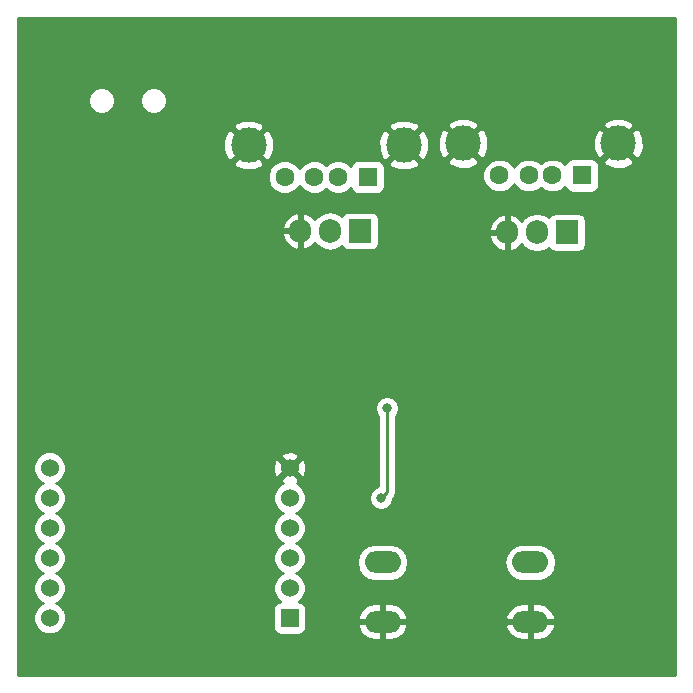
<source format=gbr>
%TF.GenerationSoftware,KiCad,Pcbnew,5.0.2-bee76a0~70~ubuntu18.04.1*%
%TF.CreationDate,2019-09-05T21:10:32+01:00*%
%TF.ProjectId,waterpump_alt,77617465-7270-4756-9d70-5f616c742e6b,rev?*%
%TF.SameCoordinates,Original*%
%TF.FileFunction,Copper,L2,Bot*%
%TF.FilePolarity,Positive*%
%FSLAX46Y46*%
G04 Gerber Fmt 4.6, Leading zero omitted, Abs format (unit mm)*
G04 Created by KiCad (PCBNEW 5.0.2-bee76a0~70~ubuntu18.04.1) date Thu 05 Sep 2019 21:10:32 BST*
%MOMM*%
%LPD*%
G01*
G04 APERTURE LIST*
%ADD10O,3.048000X1.850000*%
%ADD11O,1.905000X2.000000*%
%ADD12R,1.905000X2.000000*%
%ADD13R,1.524000X1.524000*%
%ADD14C,1.524000*%
%ADD15C,1.600000*%
%ADD16R,1.600000X1.600000*%
%ADD17C,3.000000*%
%ADD18C,0.800000*%
%ADD19C,0.250000*%
%ADD20C,0.254000*%
G04 APERTURE END LIST*
D10*
X151003000Y-129333000D03*
X151003000Y-124333000D03*
X163503000Y-129333000D03*
X163503000Y-124333000D03*
D11*
X144018000Y-96266000D03*
X146558000Y-96266000D03*
D12*
X149098000Y-96266000D03*
X166624000Y-96393000D03*
D11*
X164084000Y-96393000D03*
X161544000Y-96393000D03*
D13*
X143129000Y-129032000D03*
D14*
X143129000Y-126492000D03*
X143129000Y-123952000D03*
X143129000Y-121412000D03*
X143129000Y-118872000D03*
X143129000Y-116332000D03*
X122809000Y-116332000D03*
X122809000Y-118872000D03*
X122809000Y-121412000D03*
X122809000Y-123952000D03*
X122809000Y-126492000D03*
X122809000Y-129032000D03*
D15*
X142733000Y-91694000D03*
X145233000Y-91694000D03*
X147233000Y-91694000D03*
D16*
X149733000Y-91694000D03*
D17*
X152803000Y-88984000D03*
X139663000Y-88984000D03*
X157824000Y-88857000D03*
X170964000Y-88857000D03*
D16*
X167894000Y-91567000D03*
D15*
X165394000Y-91567000D03*
X163394000Y-91567000D03*
X160894000Y-91567000D03*
D18*
X134112000Y-82550000D03*
X121920000Y-82296000D03*
X137160000Y-82296000D03*
X139446000Y-102870000D03*
X142494000Y-102870000D03*
X146558000Y-102870000D03*
X140970000Y-107696000D03*
X140970000Y-109982000D03*
X140970000Y-112522000D03*
X134366000Y-94742000D03*
X136144000Y-94742000D03*
X138430000Y-94742000D03*
X150876000Y-118872000D03*
X151384000Y-111252000D03*
D19*
X150876000Y-118872000D02*
X151384000Y-118364000D01*
X151384000Y-118364000D02*
X151384000Y-111252000D01*
D20*
G36*
X175768000Y-133858000D02*
X120142000Y-133858000D01*
X120142000Y-116054119D01*
X121412000Y-116054119D01*
X121412000Y-116609881D01*
X121624680Y-117123337D01*
X122017663Y-117516320D01*
X122224513Y-117602000D01*
X122017663Y-117687680D01*
X121624680Y-118080663D01*
X121412000Y-118594119D01*
X121412000Y-119149881D01*
X121624680Y-119663337D01*
X122017663Y-120056320D01*
X122224513Y-120142000D01*
X122017663Y-120227680D01*
X121624680Y-120620663D01*
X121412000Y-121134119D01*
X121412000Y-121689881D01*
X121624680Y-122203337D01*
X122017663Y-122596320D01*
X122224513Y-122682000D01*
X122017663Y-122767680D01*
X121624680Y-123160663D01*
X121412000Y-123674119D01*
X121412000Y-124229881D01*
X121624680Y-124743337D01*
X122017663Y-125136320D01*
X122224513Y-125222000D01*
X122017663Y-125307680D01*
X121624680Y-125700663D01*
X121412000Y-126214119D01*
X121412000Y-126769881D01*
X121624680Y-127283337D01*
X122017663Y-127676320D01*
X122224513Y-127762000D01*
X122017663Y-127847680D01*
X121624680Y-128240663D01*
X121412000Y-128754119D01*
X121412000Y-129309881D01*
X121624680Y-129823337D01*
X122017663Y-130216320D01*
X122531119Y-130429000D01*
X123086881Y-130429000D01*
X123600337Y-130216320D01*
X123993320Y-129823337D01*
X124206000Y-129309881D01*
X124206000Y-128754119D01*
X124005472Y-128270000D01*
X141719560Y-128270000D01*
X141719560Y-129794000D01*
X141768843Y-130041765D01*
X141909191Y-130251809D01*
X142119235Y-130392157D01*
X142367000Y-130441440D01*
X143891000Y-130441440D01*
X144138765Y-130392157D01*
X144348809Y-130251809D01*
X144489157Y-130041765D01*
X144538440Y-129794000D01*
X144538440Y-129701664D01*
X148888188Y-129701664D01*
X148914147Y-129812653D01*
X149211111Y-130346284D01*
X149689681Y-130725651D01*
X150277000Y-130893000D01*
X150876000Y-130893000D01*
X150876000Y-129460000D01*
X151130000Y-129460000D01*
X151130000Y-130893000D01*
X151729000Y-130893000D01*
X152316319Y-130725651D01*
X152794889Y-130346284D01*
X153091853Y-129812653D01*
X153117812Y-129701664D01*
X161388188Y-129701664D01*
X161414147Y-129812653D01*
X161711111Y-130346284D01*
X162189681Y-130725651D01*
X162777000Y-130893000D01*
X163376000Y-130893000D01*
X163376000Y-129460000D01*
X163630000Y-129460000D01*
X163630000Y-130893000D01*
X164229000Y-130893000D01*
X164816319Y-130725651D01*
X165294889Y-130346284D01*
X165591853Y-129812653D01*
X165617812Y-129701664D01*
X165497483Y-129460000D01*
X163630000Y-129460000D01*
X163376000Y-129460000D01*
X161508517Y-129460000D01*
X161388188Y-129701664D01*
X153117812Y-129701664D01*
X152997483Y-129460000D01*
X151130000Y-129460000D01*
X150876000Y-129460000D01*
X149008517Y-129460000D01*
X148888188Y-129701664D01*
X144538440Y-129701664D01*
X144538440Y-128964336D01*
X148888188Y-128964336D01*
X149008517Y-129206000D01*
X150876000Y-129206000D01*
X150876000Y-127773000D01*
X151130000Y-127773000D01*
X151130000Y-129206000D01*
X152997483Y-129206000D01*
X153117812Y-128964336D01*
X161388188Y-128964336D01*
X161508517Y-129206000D01*
X163376000Y-129206000D01*
X163376000Y-127773000D01*
X163630000Y-127773000D01*
X163630000Y-129206000D01*
X165497483Y-129206000D01*
X165617812Y-128964336D01*
X165591853Y-128853347D01*
X165294889Y-128319716D01*
X164816319Y-127940349D01*
X164229000Y-127773000D01*
X163630000Y-127773000D01*
X163376000Y-127773000D01*
X162777000Y-127773000D01*
X162189681Y-127940349D01*
X161711111Y-128319716D01*
X161414147Y-128853347D01*
X161388188Y-128964336D01*
X153117812Y-128964336D01*
X153091853Y-128853347D01*
X152794889Y-128319716D01*
X152316319Y-127940349D01*
X151729000Y-127773000D01*
X151130000Y-127773000D01*
X150876000Y-127773000D01*
X150277000Y-127773000D01*
X149689681Y-127940349D01*
X149211111Y-128319716D01*
X148914147Y-128853347D01*
X148888188Y-128964336D01*
X144538440Y-128964336D01*
X144538440Y-128270000D01*
X144489157Y-128022235D01*
X144348809Y-127812191D01*
X144138765Y-127671843D01*
X143960310Y-127636347D01*
X144313320Y-127283337D01*
X144526000Y-126769881D01*
X144526000Y-126214119D01*
X144313320Y-125700663D01*
X143920337Y-125307680D01*
X143713487Y-125222000D01*
X143920337Y-125136320D01*
X144313320Y-124743337D01*
X144483286Y-124333000D01*
X148813438Y-124333000D01*
X148934512Y-124941682D01*
X149279303Y-125457697D01*
X149795318Y-125802488D01*
X150250354Y-125893000D01*
X151755646Y-125893000D01*
X152210682Y-125802488D01*
X152726697Y-125457697D01*
X153071488Y-124941682D01*
X153192562Y-124333000D01*
X161313438Y-124333000D01*
X161434512Y-124941682D01*
X161779303Y-125457697D01*
X162295318Y-125802488D01*
X162750354Y-125893000D01*
X164255646Y-125893000D01*
X164710682Y-125802488D01*
X165226697Y-125457697D01*
X165571488Y-124941682D01*
X165692562Y-124333000D01*
X165571488Y-123724318D01*
X165226697Y-123208303D01*
X164710682Y-122863512D01*
X164255646Y-122773000D01*
X162750354Y-122773000D01*
X162295318Y-122863512D01*
X161779303Y-123208303D01*
X161434512Y-123724318D01*
X161313438Y-124333000D01*
X153192562Y-124333000D01*
X153071488Y-123724318D01*
X152726697Y-123208303D01*
X152210682Y-122863512D01*
X151755646Y-122773000D01*
X150250354Y-122773000D01*
X149795318Y-122863512D01*
X149279303Y-123208303D01*
X148934512Y-123724318D01*
X148813438Y-124333000D01*
X144483286Y-124333000D01*
X144526000Y-124229881D01*
X144526000Y-123674119D01*
X144313320Y-123160663D01*
X143920337Y-122767680D01*
X143713487Y-122682000D01*
X143920337Y-122596320D01*
X144313320Y-122203337D01*
X144526000Y-121689881D01*
X144526000Y-121134119D01*
X144313320Y-120620663D01*
X143920337Y-120227680D01*
X143713487Y-120142000D01*
X143920337Y-120056320D01*
X144313320Y-119663337D01*
X144526000Y-119149881D01*
X144526000Y-118666126D01*
X149841000Y-118666126D01*
X149841000Y-119077874D01*
X149998569Y-119458280D01*
X150289720Y-119749431D01*
X150670126Y-119907000D01*
X151081874Y-119907000D01*
X151462280Y-119749431D01*
X151753431Y-119458280D01*
X151911000Y-119077874D01*
X151911000Y-118925913D01*
X151931929Y-118911929D01*
X151974327Y-118848476D01*
X151974329Y-118848474D01*
X152058102Y-118723098D01*
X152099904Y-118660537D01*
X152144000Y-118438852D01*
X152144000Y-118438848D01*
X152158888Y-118364001D01*
X152144000Y-118289154D01*
X152144000Y-111955711D01*
X152261431Y-111838280D01*
X152419000Y-111457874D01*
X152419000Y-111046126D01*
X152261431Y-110665720D01*
X151970280Y-110374569D01*
X151589874Y-110217000D01*
X151178126Y-110217000D01*
X150797720Y-110374569D01*
X150506569Y-110665720D01*
X150349000Y-111046126D01*
X150349000Y-111457874D01*
X150506569Y-111838280D01*
X150624001Y-111955712D01*
X150624000Y-117856106D01*
X150289720Y-117994569D01*
X149998569Y-118285720D01*
X149841000Y-118666126D01*
X144526000Y-118666126D01*
X144526000Y-118594119D01*
X144313320Y-118080663D01*
X143920337Y-117687680D01*
X143729353Y-117608572D01*
X143860143Y-117554397D01*
X143929608Y-117312213D01*
X143129000Y-116511605D01*
X142328392Y-117312213D01*
X142397857Y-117554397D01*
X142538393Y-117604535D01*
X142337663Y-117687680D01*
X141944680Y-118080663D01*
X141732000Y-118594119D01*
X141732000Y-119149881D01*
X141944680Y-119663337D01*
X142337663Y-120056320D01*
X142544513Y-120142000D01*
X142337663Y-120227680D01*
X141944680Y-120620663D01*
X141732000Y-121134119D01*
X141732000Y-121689881D01*
X141944680Y-122203337D01*
X142337663Y-122596320D01*
X142544513Y-122682000D01*
X142337663Y-122767680D01*
X141944680Y-123160663D01*
X141732000Y-123674119D01*
X141732000Y-124229881D01*
X141944680Y-124743337D01*
X142337663Y-125136320D01*
X142544513Y-125222000D01*
X142337663Y-125307680D01*
X141944680Y-125700663D01*
X141732000Y-126214119D01*
X141732000Y-126769881D01*
X141944680Y-127283337D01*
X142297690Y-127636347D01*
X142119235Y-127671843D01*
X141909191Y-127812191D01*
X141768843Y-128022235D01*
X141719560Y-128270000D01*
X124005472Y-128270000D01*
X123993320Y-128240663D01*
X123600337Y-127847680D01*
X123393487Y-127762000D01*
X123600337Y-127676320D01*
X123993320Y-127283337D01*
X124206000Y-126769881D01*
X124206000Y-126214119D01*
X123993320Y-125700663D01*
X123600337Y-125307680D01*
X123393487Y-125222000D01*
X123600337Y-125136320D01*
X123993320Y-124743337D01*
X124206000Y-124229881D01*
X124206000Y-123674119D01*
X123993320Y-123160663D01*
X123600337Y-122767680D01*
X123393487Y-122682000D01*
X123600337Y-122596320D01*
X123993320Y-122203337D01*
X124206000Y-121689881D01*
X124206000Y-121134119D01*
X123993320Y-120620663D01*
X123600337Y-120227680D01*
X123393487Y-120142000D01*
X123600337Y-120056320D01*
X123993320Y-119663337D01*
X124206000Y-119149881D01*
X124206000Y-118594119D01*
X123993320Y-118080663D01*
X123600337Y-117687680D01*
X123393487Y-117602000D01*
X123600337Y-117516320D01*
X123993320Y-117123337D01*
X124206000Y-116609881D01*
X124206000Y-116124302D01*
X141719856Y-116124302D01*
X141747638Y-116679368D01*
X141906603Y-117063143D01*
X142148787Y-117132608D01*
X142949395Y-116332000D01*
X143308605Y-116332000D01*
X144109213Y-117132608D01*
X144351397Y-117063143D01*
X144538144Y-116539698D01*
X144510362Y-115984632D01*
X144351397Y-115600857D01*
X144109213Y-115531392D01*
X143308605Y-116332000D01*
X142949395Y-116332000D01*
X142148787Y-115531392D01*
X141906603Y-115600857D01*
X141719856Y-116124302D01*
X124206000Y-116124302D01*
X124206000Y-116054119D01*
X123993320Y-115540663D01*
X123804444Y-115351787D01*
X142328392Y-115351787D01*
X143129000Y-116152395D01*
X143929608Y-115351787D01*
X143860143Y-115109603D01*
X143336698Y-114922856D01*
X142781632Y-114950638D01*
X142397857Y-115109603D01*
X142328392Y-115351787D01*
X123804444Y-115351787D01*
X123600337Y-115147680D01*
X123086881Y-114935000D01*
X122531119Y-114935000D01*
X122017663Y-115147680D01*
X121624680Y-115540663D01*
X121412000Y-116054119D01*
X120142000Y-116054119D01*
X120142000Y-96639864D01*
X142465620Y-96639864D01*
X142708682Y-97209091D01*
X143151076Y-97641973D01*
X143645020Y-97856563D01*
X143891000Y-97736594D01*
X143891000Y-96393000D01*
X142592428Y-96393000D01*
X142465620Y-96639864D01*
X120142000Y-96639864D01*
X120142000Y-95892136D01*
X142465620Y-95892136D01*
X142592428Y-96139000D01*
X143891000Y-96139000D01*
X143891000Y-94795406D01*
X144145000Y-94795406D01*
X144145000Y-96139000D01*
X144165000Y-96139000D01*
X144165000Y-96393000D01*
X144145000Y-96393000D01*
X144145000Y-97736594D01*
X144390980Y-97856563D01*
X144884924Y-97641973D01*
X145278841Y-97256526D01*
X145413477Y-97458023D01*
X145938589Y-97808891D01*
X146558000Y-97932100D01*
X147177410Y-97808891D01*
X147569491Y-97546912D01*
X147687691Y-97723809D01*
X147897735Y-97864157D01*
X148145500Y-97913440D01*
X150050500Y-97913440D01*
X150298265Y-97864157D01*
X150508309Y-97723809D01*
X150648657Y-97513765D01*
X150697940Y-97266000D01*
X150697940Y-96766864D01*
X159991620Y-96766864D01*
X160234682Y-97336091D01*
X160677076Y-97768973D01*
X161171020Y-97983563D01*
X161417000Y-97863594D01*
X161417000Y-96520000D01*
X160118428Y-96520000D01*
X159991620Y-96766864D01*
X150697940Y-96766864D01*
X150697940Y-96019136D01*
X159991620Y-96019136D01*
X160118428Y-96266000D01*
X161417000Y-96266000D01*
X161417000Y-94922406D01*
X161671000Y-94922406D01*
X161671000Y-96266000D01*
X161691000Y-96266000D01*
X161691000Y-96520000D01*
X161671000Y-96520000D01*
X161671000Y-97863594D01*
X161916980Y-97983563D01*
X162410924Y-97768973D01*
X162804841Y-97383526D01*
X162939477Y-97585023D01*
X163464589Y-97935891D01*
X164084000Y-98059100D01*
X164703410Y-97935891D01*
X165095491Y-97673912D01*
X165213691Y-97850809D01*
X165423735Y-97991157D01*
X165671500Y-98040440D01*
X167576500Y-98040440D01*
X167824265Y-97991157D01*
X168034309Y-97850809D01*
X168174657Y-97640765D01*
X168223940Y-97393000D01*
X168223940Y-95393000D01*
X168174657Y-95145235D01*
X168034309Y-94935191D01*
X167824265Y-94794843D01*
X167576500Y-94745560D01*
X165671500Y-94745560D01*
X165423735Y-94794843D01*
X165213691Y-94935191D01*
X165095491Y-95112088D01*
X164703411Y-94850109D01*
X164084000Y-94726900D01*
X163464590Y-94850109D01*
X162939477Y-95200977D01*
X162804841Y-95402474D01*
X162410924Y-95017027D01*
X161916980Y-94802437D01*
X161671000Y-94922406D01*
X161417000Y-94922406D01*
X161171020Y-94802437D01*
X160677076Y-95017027D01*
X160234682Y-95449909D01*
X159991620Y-96019136D01*
X150697940Y-96019136D01*
X150697940Y-95266000D01*
X150648657Y-95018235D01*
X150508309Y-94808191D01*
X150298265Y-94667843D01*
X150050500Y-94618560D01*
X148145500Y-94618560D01*
X147897735Y-94667843D01*
X147687691Y-94808191D01*
X147569491Y-94985088D01*
X147177411Y-94723109D01*
X146558000Y-94599900D01*
X145938590Y-94723109D01*
X145413477Y-95073977D01*
X145278841Y-95275474D01*
X144884924Y-94890027D01*
X144390980Y-94675437D01*
X144145000Y-94795406D01*
X143891000Y-94795406D01*
X143645020Y-94675437D01*
X143151076Y-94890027D01*
X142708682Y-95322909D01*
X142465620Y-95892136D01*
X120142000Y-95892136D01*
X120142000Y-91408561D01*
X141298000Y-91408561D01*
X141298000Y-91979439D01*
X141516466Y-92506862D01*
X141920138Y-92910534D01*
X142447561Y-93129000D01*
X143018439Y-93129000D01*
X143545862Y-92910534D01*
X143949534Y-92506862D01*
X143983000Y-92426068D01*
X144016466Y-92506862D01*
X144420138Y-92910534D01*
X144947561Y-93129000D01*
X145518439Y-93129000D01*
X146045862Y-92910534D01*
X146233000Y-92723396D01*
X146420138Y-92910534D01*
X146947561Y-93129000D01*
X147518439Y-93129000D01*
X148045862Y-92910534D01*
X148314899Y-92641497D01*
X148334843Y-92741765D01*
X148475191Y-92951809D01*
X148685235Y-93092157D01*
X148933000Y-93141440D01*
X150533000Y-93141440D01*
X150780765Y-93092157D01*
X150990809Y-92951809D01*
X151131157Y-92741765D01*
X151180440Y-92494000D01*
X151180440Y-91281561D01*
X159459000Y-91281561D01*
X159459000Y-91852439D01*
X159677466Y-92379862D01*
X160081138Y-92783534D01*
X160608561Y-93002000D01*
X161179439Y-93002000D01*
X161706862Y-92783534D01*
X162110534Y-92379862D01*
X162144000Y-92299068D01*
X162177466Y-92379862D01*
X162581138Y-92783534D01*
X163108561Y-93002000D01*
X163679439Y-93002000D01*
X164206862Y-92783534D01*
X164394000Y-92596396D01*
X164581138Y-92783534D01*
X165108561Y-93002000D01*
X165679439Y-93002000D01*
X166206862Y-92783534D01*
X166475899Y-92514497D01*
X166495843Y-92614765D01*
X166636191Y-92824809D01*
X166846235Y-92965157D01*
X167094000Y-93014440D01*
X168694000Y-93014440D01*
X168941765Y-92965157D01*
X169151809Y-92824809D01*
X169292157Y-92614765D01*
X169341440Y-92367000D01*
X169341440Y-90767000D01*
X169292157Y-90519235D01*
X169193089Y-90370970D01*
X169629635Y-90370970D01*
X169789418Y-90689739D01*
X170580187Y-90999723D01*
X171429387Y-90983497D01*
X172138582Y-90689739D01*
X172298365Y-90370970D01*
X170964000Y-89036605D01*
X169629635Y-90370970D01*
X169193089Y-90370970D01*
X169151809Y-90309191D01*
X168941765Y-90168843D01*
X168694000Y-90119560D01*
X167094000Y-90119560D01*
X166846235Y-90168843D01*
X166636191Y-90309191D01*
X166495843Y-90519235D01*
X166475899Y-90619503D01*
X166206862Y-90350466D01*
X165679439Y-90132000D01*
X165108561Y-90132000D01*
X164581138Y-90350466D01*
X164394000Y-90537604D01*
X164206862Y-90350466D01*
X163679439Y-90132000D01*
X163108561Y-90132000D01*
X162581138Y-90350466D01*
X162177466Y-90754138D01*
X162144000Y-90834932D01*
X162110534Y-90754138D01*
X161706862Y-90350466D01*
X161179439Y-90132000D01*
X160608561Y-90132000D01*
X160081138Y-90350466D01*
X159677466Y-90754138D01*
X159459000Y-91281561D01*
X151180440Y-91281561D01*
X151180440Y-90894000D01*
X151131157Y-90646235D01*
X151032089Y-90497970D01*
X151468635Y-90497970D01*
X151628418Y-90816739D01*
X152419187Y-91126723D01*
X153268387Y-91110497D01*
X153977582Y-90816739D01*
X154137365Y-90497970D01*
X154010365Y-90370970D01*
X156489635Y-90370970D01*
X156649418Y-90689739D01*
X157440187Y-90999723D01*
X158289387Y-90983497D01*
X158998582Y-90689739D01*
X159158365Y-90370970D01*
X157824000Y-89036605D01*
X156489635Y-90370970D01*
X154010365Y-90370970D01*
X152803000Y-89163605D01*
X151468635Y-90497970D01*
X151032089Y-90497970D01*
X150990809Y-90436191D01*
X150780765Y-90295843D01*
X150533000Y-90246560D01*
X148933000Y-90246560D01*
X148685235Y-90295843D01*
X148475191Y-90436191D01*
X148334843Y-90646235D01*
X148314899Y-90746503D01*
X148045862Y-90477466D01*
X147518439Y-90259000D01*
X146947561Y-90259000D01*
X146420138Y-90477466D01*
X146233000Y-90664604D01*
X146045862Y-90477466D01*
X145518439Y-90259000D01*
X144947561Y-90259000D01*
X144420138Y-90477466D01*
X144016466Y-90881138D01*
X143983000Y-90961932D01*
X143949534Y-90881138D01*
X143545862Y-90477466D01*
X143018439Y-90259000D01*
X142447561Y-90259000D01*
X141920138Y-90477466D01*
X141516466Y-90881138D01*
X141298000Y-91408561D01*
X120142000Y-91408561D01*
X120142000Y-90497970D01*
X138328635Y-90497970D01*
X138488418Y-90816739D01*
X139279187Y-91126723D01*
X140128387Y-91110497D01*
X140837582Y-90816739D01*
X140997365Y-90497970D01*
X139663000Y-89163605D01*
X138328635Y-90497970D01*
X120142000Y-90497970D01*
X120142000Y-88600187D01*
X137520277Y-88600187D01*
X137536503Y-89449387D01*
X137830261Y-90158582D01*
X138149030Y-90318365D01*
X139483395Y-88984000D01*
X139842605Y-88984000D01*
X141176970Y-90318365D01*
X141495739Y-90158582D01*
X141805723Y-89367813D01*
X141791056Y-88600187D01*
X150660277Y-88600187D01*
X150676503Y-89449387D01*
X150970261Y-90158582D01*
X151289030Y-90318365D01*
X152623395Y-88984000D01*
X152982605Y-88984000D01*
X154316970Y-90318365D01*
X154635739Y-90158582D01*
X154945723Y-89367813D01*
X154929497Y-88518613D01*
X154910681Y-88473187D01*
X155681277Y-88473187D01*
X155697503Y-89322387D01*
X155991261Y-90031582D01*
X156310030Y-90191365D01*
X157644395Y-88857000D01*
X158003605Y-88857000D01*
X159337970Y-90191365D01*
X159656739Y-90031582D01*
X159966723Y-89240813D01*
X159952056Y-88473187D01*
X168821277Y-88473187D01*
X168837503Y-89322387D01*
X169131261Y-90031582D01*
X169450030Y-90191365D01*
X170784395Y-88857000D01*
X171143605Y-88857000D01*
X172477970Y-90191365D01*
X172796739Y-90031582D01*
X173106723Y-89240813D01*
X173090497Y-88391613D01*
X172796739Y-87682418D01*
X172477970Y-87522635D01*
X171143605Y-88857000D01*
X170784395Y-88857000D01*
X169450030Y-87522635D01*
X169131261Y-87682418D01*
X168821277Y-88473187D01*
X159952056Y-88473187D01*
X159950497Y-88391613D01*
X159656739Y-87682418D01*
X159337970Y-87522635D01*
X158003605Y-88857000D01*
X157644395Y-88857000D01*
X156310030Y-87522635D01*
X155991261Y-87682418D01*
X155681277Y-88473187D01*
X154910681Y-88473187D01*
X154635739Y-87809418D01*
X154316970Y-87649635D01*
X152982605Y-88984000D01*
X152623395Y-88984000D01*
X151289030Y-87649635D01*
X150970261Y-87809418D01*
X150660277Y-88600187D01*
X141791056Y-88600187D01*
X141789497Y-88518613D01*
X141495739Y-87809418D01*
X141176970Y-87649635D01*
X139842605Y-88984000D01*
X139483395Y-88984000D01*
X138149030Y-87649635D01*
X137830261Y-87809418D01*
X137520277Y-88600187D01*
X120142000Y-88600187D01*
X120142000Y-87470030D01*
X138328635Y-87470030D01*
X139663000Y-88804395D01*
X140997365Y-87470030D01*
X151468635Y-87470030D01*
X152803000Y-88804395D01*
X154137365Y-87470030D01*
X154073707Y-87343030D01*
X156489635Y-87343030D01*
X157824000Y-88677395D01*
X159158365Y-87343030D01*
X169629635Y-87343030D01*
X170964000Y-88677395D01*
X172298365Y-87343030D01*
X172138582Y-87024261D01*
X171347813Y-86714277D01*
X170498613Y-86730503D01*
X169789418Y-87024261D01*
X169629635Y-87343030D01*
X159158365Y-87343030D01*
X158998582Y-87024261D01*
X158207813Y-86714277D01*
X157358613Y-86730503D01*
X156649418Y-87024261D01*
X156489635Y-87343030D01*
X154073707Y-87343030D01*
X153977582Y-87151261D01*
X153186813Y-86841277D01*
X152337613Y-86857503D01*
X151628418Y-87151261D01*
X151468635Y-87470030D01*
X140997365Y-87470030D01*
X140837582Y-87151261D01*
X140046813Y-86841277D01*
X139197613Y-86857503D01*
X138488418Y-87151261D01*
X138328635Y-87470030D01*
X120142000Y-87470030D01*
X120142000Y-84991234D01*
X126078000Y-84991234D01*
X126078000Y-85442766D01*
X126250793Y-85859926D01*
X126570074Y-86179207D01*
X126987234Y-86352000D01*
X127438766Y-86352000D01*
X127855926Y-86179207D01*
X128175207Y-85859926D01*
X128348000Y-85442766D01*
X128348000Y-84991234D01*
X130478000Y-84991234D01*
X130478000Y-85442766D01*
X130650793Y-85859926D01*
X130970074Y-86179207D01*
X131387234Y-86352000D01*
X131838766Y-86352000D01*
X132255926Y-86179207D01*
X132575207Y-85859926D01*
X132748000Y-85442766D01*
X132748000Y-84991234D01*
X132575207Y-84574074D01*
X132255926Y-84254793D01*
X131838766Y-84082000D01*
X131387234Y-84082000D01*
X130970074Y-84254793D01*
X130650793Y-84574074D01*
X130478000Y-84991234D01*
X128348000Y-84991234D01*
X128175207Y-84574074D01*
X127855926Y-84254793D01*
X127438766Y-84082000D01*
X126987234Y-84082000D01*
X126570074Y-84254793D01*
X126250793Y-84574074D01*
X126078000Y-84991234D01*
X120142000Y-84991234D01*
X120142000Y-78232000D01*
X175768000Y-78232000D01*
X175768000Y-133858000D01*
X175768000Y-133858000D01*
G37*
X175768000Y-133858000D02*
X120142000Y-133858000D01*
X120142000Y-116054119D01*
X121412000Y-116054119D01*
X121412000Y-116609881D01*
X121624680Y-117123337D01*
X122017663Y-117516320D01*
X122224513Y-117602000D01*
X122017663Y-117687680D01*
X121624680Y-118080663D01*
X121412000Y-118594119D01*
X121412000Y-119149881D01*
X121624680Y-119663337D01*
X122017663Y-120056320D01*
X122224513Y-120142000D01*
X122017663Y-120227680D01*
X121624680Y-120620663D01*
X121412000Y-121134119D01*
X121412000Y-121689881D01*
X121624680Y-122203337D01*
X122017663Y-122596320D01*
X122224513Y-122682000D01*
X122017663Y-122767680D01*
X121624680Y-123160663D01*
X121412000Y-123674119D01*
X121412000Y-124229881D01*
X121624680Y-124743337D01*
X122017663Y-125136320D01*
X122224513Y-125222000D01*
X122017663Y-125307680D01*
X121624680Y-125700663D01*
X121412000Y-126214119D01*
X121412000Y-126769881D01*
X121624680Y-127283337D01*
X122017663Y-127676320D01*
X122224513Y-127762000D01*
X122017663Y-127847680D01*
X121624680Y-128240663D01*
X121412000Y-128754119D01*
X121412000Y-129309881D01*
X121624680Y-129823337D01*
X122017663Y-130216320D01*
X122531119Y-130429000D01*
X123086881Y-130429000D01*
X123600337Y-130216320D01*
X123993320Y-129823337D01*
X124206000Y-129309881D01*
X124206000Y-128754119D01*
X124005472Y-128270000D01*
X141719560Y-128270000D01*
X141719560Y-129794000D01*
X141768843Y-130041765D01*
X141909191Y-130251809D01*
X142119235Y-130392157D01*
X142367000Y-130441440D01*
X143891000Y-130441440D01*
X144138765Y-130392157D01*
X144348809Y-130251809D01*
X144489157Y-130041765D01*
X144538440Y-129794000D01*
X144538440Y-129701664D01*
X148888188Y-129701664D01*
X148914147Y-129812653D01*
X149211111Y-130346284D01*
X149689681Y-130725651D01*
X150277000Y-130893000D01*
X150876000Y-130893000D01*
X150876000Y-129460000D01*
X151130000Y-129460000D01*
X151130000Y-130893000D01*
X151729000Y-130893000D01*
X152316319Y-130725651D01*
X152794889Y-130346284D01*
X153091853Y-129812653D01*
X153117812Y-129701664D01*
X161388188Y-129701664D01*
X161414147Y-129812653D01*
X161711111Y-130346284D01*
X162189681Y-130725651D01*
X162777000Y-130893000D01*
X163376000Y-130893000D01*
X163376000Y-129460000D01*
X163630000Y-129460000D01*
X163630000Y-130893000D01*
X164229000Y-130893000D01*
X164816319Y-130725651D01*
X165294889Y-130346284D01*
X165591853Y-129812653D01*
X165617812Y-129701664D01*
X165497483Y-129460000D01*
X163630000Y-129460000D01*
X163376000Y-129460000D01*
X161508517Y-129460000D01*
X161388188Y-129701664D01*
X153117812Y-129701664D01*
X152997483Y-129460000D01*
X151130000Y-129460000D01*
X150876000Y-129460000D01*
X149008517Y-129460000D01*
X148888188Y-129701664D01*
X144538440Y-129701664D01*
X144538440Y-128964336D01*
X148888188Y-128964336D01*
X149008517Y-129206000D01*
X150876000Y-129206000D01*
X150876000Y-127773000D01*
X151130000Y-127773000D01*
X151130000Y-129206000D01*
X152997483Y-129206000D01*
X153117812Y-128964336D01*
X161388188Y-128964336D01*
X161508517Y-129206000D01*
X163376000Y-129206000D01*
X163376000Y-127773000D01*
X163630000Y-127773000D01*
X163630000Y-129206000D01*
X165497483Y-129206000D01*
X165617812Y-128964336D01*
X165591853Y-128853347D01*
X165294889Y-128319716D01*
X164816319Y-127940349D01*
X164229000Y-127773000D01*
X163630000Y-127773000D01*
X163376000Y-127773000D01*
X162777000Y-127773000D01*
X162189681Y-127940349D01*
X161711111Y-128319716D01*
X161414147Y-128853347D01*
X161388188Y-128964336D01*
X153117812Y-128964336D01*
X153091853Y-128853347D01*
X152794889Y-128319716D01*
X152316319Y-127940349D01*
X151729000Y-127773000D01*
X151130000Y-127773000D01*
X150876000Y-127773000D01*
X150277000Y-127773000D01*
X149689681Y-127940349D01*
X149211111Y-128319716D01*
X148914147Y-128853347D01*
X148888188Y-128964336D01*
X144538440Y-128964336D01*
X144538440Y-128270000D01*
X144489157Y-128022235D01*
X144348809Y-127812191D01*
X144138765Y-127671843D01*
X143960310Y-127636347D01*
X144313320Y-127283337D01*
X144526000Y-126769881D01*
X144526000Y-126214119D01*
X144313320Y-125700663D01*
X143920337Y-125307680D01*
X143713487Y-125222000D01*
X143920337Y-125136320D01*
X144313320Y-124743337D01*
X144483286Y-124333000D01*
X148813438Y-124333000D01*
X148934512Y-124941682D01*
X149279303Y-125457697D01*
X149795318Y-125802488D01*
X150250354Y-125893000D01*
X151755646Y-125893000D01*
X152210682Y-125802488D01*
X152726697Y-125457697D01*
X153071488Y-124941682D01*
X153192562Y-124333000D01*
X161313438Y-124333000D01*
X161434512Y-124941682D01*
X161779303Y-125457697D01*
X162295318Y-125802488D01*
X162750354Y-125893000D01*
X164255646Y-125893000D01*
X164710682Y-125802488D01*
X165226697Y-125457697D01*
X165571488Y-124941682D01*
X165692562Y-124333000D01*
X165571488Y-123724318D01*
X165226697Y-123208303D01*
X164710682Y-122863512D01*
X164255646Y-122773000D01*
X162750354Y-122773000D01*
X162295318Y-122863512D01*
X161779303Y-123208303D01*
X161434512Y-123724318D01*
X161313438Y-124333000D01*
X153192562Y-124333000D01*
X153071488Y-123724318D01*
X152726697Y-123208303D01*
X152210682Y-122863512D01*
X151755646Y-122773000D01*
X150250354Y-122773000D01*
X149795318Y-122863512D01*
X149279303Y-123208303D01*
X148934512Y-123724318D01*
X148813438Y-124333000D01*
X144483286Y-124333000D01*
X144526000Y-124229881D01*
X144526000Y-123674119D01*
X144313320Y-123160663D01*
X143920337Y-122767680D01*
X143713487Y-122682000D01*
X143920337Y-122596320D01*
X144313320Y-122203337D01*
X144526000Y-121689881D01*
X144526000Y-121134119D01*
X144313320Y-120620663D01*
X143920337Y-120227680D01*
X143713487Y-120142000D01*
X143920337Y-120056320D01*
X144313320Y-119663337D01*
X144526000Y-119149881D01*
X144526000Y-118666126D01*
X149841000Y-118666126D01*
X149841000Y-119077874D01*
X149998569Y-119458280D01*
X150289720Y-119749431D01*
X150670126Y-119907000D01*
X151081874Y-119907000D01*
X151462280Y-119749431D01*
X151753431Y-119458280D01*
X151911000Y-119077874D01*
X151911000Y-118925913D01*
X151931929Y-118911929D01*
X151974327Y-118848476D01*
X151974329Y-118848474D01*
X152058102Y-118723098D01*
X152099904Y-118660537D01*
X152144000Y-118438852D01*
X152144000Y-118438848D01*
X152158888Y-118364001D01*
X152144000Y-118289154D01*
X152144000Y-111955711D01*
X152261431Y-111838280D01*
X152419000Y-111457874D01*
X152419000Y-111046126D01*
X152261431Y-110665720D01*
X151970280Y-110374569D01*
X151589874Y-110217000D01*
X151178126Y-110217000D01*
X150797720Y-110374569D01*
X150506569Y-110665720D01*
X150349000Y-111046126D01*
X150349000Y-111457874D01*
X150506569Y-111838280D01*
X150624001Y-111955712D01*
X150624000Y-117856106D01*
X150289720Y-117994569D01*
X149998569Y-118285720D01*
X149841000Y-118666126D01*
X144526000Y-118666126D01*
X144526000Y-118594119D01*
X144313320Y-118080663D01*
X143920337Y-117687680D01*
X143729353Y-117608572D01*
X143860143Y-117554397D01*
X143929608Y-117312213D01*
X143129000Y-116511605D01*
X142328392Y-117312213D01*
X142397857Y-117554397D01*
X142538393Y-117604535D01*
X142337663Y-117687680D01*
X141944680Y-118080663D01*
X141732000Y-118594119D01*
X141732000Y-119149881D01*
X141944680Y-119663337D01*
X142337663Y-120056320D01*
X142544513Y-120142000D01*
X142337663Y-120227680D01*
X141944680Y-120620663D01*
X141732000Y-121134119D01*
X141732000Y-121689881D01*
X141944680Y-122203337D01*
X142337663Y-122596320D01*
X142544513Y-122682000D01*
X142337663Y-122767680D01*
X141944680Y-123160663D01*
X141732000Y-123674119D01*
X141732000Y-124229881D01*
X141944680Y-124743337D01*
X142337663Y-125136320D01*
X142544513Y-125222000D01*
X142337663Y-125307680D01*
X141944680Y-125700663D01*
X141732000Y-126214119D01*
X141732000Y-126769881D01*
X141944680Y-127283337D01*
X142297690Y-127636347D01*
X142119235Y-127671843D01*
X141909191Y-127812191D01*
X141768843Y-128022235D01*
X141719560Y-128270000D01*
X124005472Y-128270000D01*
X123993320Y-128240663D01*
X123600337Y-127847680D01*
X123393487Y-127762000D01*
X123600337Y-127676320D01*
X123993320Y-127283337D01*
X124206000Y-126769881D01*
X124206000Y-126214119D01*
X123993320Y-125700663D01*
X123600337Y-125307680D01*
X123393487Y-125222000D01*
X123600337Y-125136320D01*
X123993320Y-124743337D01*
X124206000Y-124229881D01*
X124206000Y-123674119D01*
X123993320Y-123160663D01*
X123600337Y-122767680D01*
X123393487Y-122682000D01*
X123600337Y-122596320D01*
X123993320Y-122203337D01*
X124206000Y-121689881D01*
X124206000Y-121134119D01*
X123993320Y-120620663D01*
X123600337Y-120227680D01*
X123393487Y-120142000D01*
X123600337Y-120056320D01*
X123993320Y-119663337D01*
X124206000Y-119149881D01*
X124206000Y-118594119D01*
X123993320Y-118080663D01*
X123600337Y-117687680D01*
X123393487Y-117602000D01*
X123600337Y-117516320D01*
X123993320Y-117123337D01*
X124206000Y-116609881D01*
X124206000Y-116124302D01*
X141719856Y-116124302D01*
X141747638Y-116679368D01*
X141906603Y-117063143D01*
X142148787Y-117132608D01*
X142949395Y-116332000D01*
X143308605Y-116332000D01*
X144109213Y-117132608D01*
X144351397Y-117063143D01*
X144538144Y-116539698D01*
X144510362Y-115984632D01*
X144351397Y-115600857D01*
X144109213Y-115531392D01*
X143308605Y-116332000D01*
X142949395Y-116332000D01*
X142148787Y-115531392D01*
X141906603Y-115600857D01*
X141719856Y-116124302D01*
X124206000Y-116124302D01*
X124206000Y-116054119D01*
X123993320Y-115540663D01*
X123804444Y-115351787D01*
X142328392Y-115351787D01*
X143129000Y-116152395D01*
X143929608Y-115351787D01*
X143860143Y-115109603D01*
X143336698Y-114922856D01*
X142781632Y-114950638D01*
X142397857Y-115109603D01*
X142328392Y-115351787D01*
X123804444Y-115351787D01*
X123600337Y-115147680D01*
X123086881Y-114935000D01*
X122531119Y-114935000D01*
X122017663Y-115147680D01*
X121624680Y-115540663D01*
X121412000Y-116054119D01*
X120142000Y-116054119D01*
X120142000Y-96639864D01*
X142465620Y-96639864D01*
X142708682Y-97209091D01*
X143151076Y-97641973D01*
X143645020Y-97856563D01*
X143891000Y-97736594D01*
X143891000Y-96393000D01*
X142592428Y-96393000D01*
X142465620Y-96639864D01*
X120142000Y-96639864D01*
X120142000Y-95892136D01*
X142465620Y-95892136D01*
X142592428Y-96139000D01*
X143891000Y-96139000D01*
X143891000Y-94795406D01*
X144145000Y-94795406D01*
X144145000Y-96139000D01*
X144165000Y-96139000D01*
X144165000Y-96393000D01*
X144145000Y-96393000D01*
X144145000Y-97736594D01*
X144390980Y-97856563D01*
X144884924Y-97641973D01*
X145278841Y-97256526D01*
X145413477Y-97458023D01*
X145938589Y-97808891D01*
X146558000Y-97932100D01*
X147177410Y-97808891D01*
X147569491Y-97546912D01*
X147687691Y-97723809D01*
X147897735Y-97864157D01*
X148145500Y-97913440D01*
X150050500Y-97913440D01*
X150298265Y-97864157D01*
X150508309Y-97723809D01*
X150648657Y-97513765D01*
X150697940Y-97266000D01*
X150697940Y-96766864D01*
X159991620Y-96766864D01*
X160234682Y-97336091D01*
X160677076Y-97768973D01*
X161171020Y-97983563D01*
X161417000Y-97863594D01*
X161417000Y-96520000D01*
X160118428Y-96520000D01*
X159991620Y-96766864D01*
X150697940Y-96766864D01*
X150697940Y-96019136D01*
X159991620Y-96019136D01*
X160118428Y-96266000D01*
X161417000Y-96266000D01*
X161417000Y-94922406D01*
X161671000Y-94922406D01*
X161671000Y-96266000D01*
X161691000Y-96266000D01*
X161691000Y-96520000D01*
X161671000Y-96520000D01*
X161671000Y-97863594D01*
X161916980Y-97983563D01*
X162410924Y-97768973D01*
X162804841Y-97383526D01*
X162939477Y-97585023D01*
X163464589Y-97935891D01*
X164084000Y-98059100D01*
X164703410Y-97935891D01*
X165095491Y-97673912D01*
X165213691Y-97850809D01*
X165423735Y-97991157D01*
X165671500Y-98040440D01*
X167576500Y-98040440D01*
X167824265Y-97991157D01*
X168034309Y-97850809D01*
X168174657Y-97640765D01*
X168223940Y-97393000D01*
X168223940Y-95393000D01*
X168174657Y-95145235D01*
X168034309Y-94935191D01*
X167824265Y-94794843D01*
X167576500Y-94745560D01*
X165671500Y-94745560D01*
X165423735Y-94794843D01*
X165213691Y-94935191D01*
X165095491Y-95112088D01*
X164703411Y-94850109D01*
X164084000Y-94726900D01*
X163464590Y-94850109D01*
X162939477Y-95200977D01*
X162804841Y-95402474D01*
X162410924Y-95017027D01*
X161916980Y-94802437D01*
X161671000Y-94922406D01*
X161417000Y-94922406D01*
X161171020Y-94802437D01*
X160677076Y-95017027D01*
X160234682Y-95449909D01*
X159991620Y-96019136D01*
X150697940Y-96019136D01*
X150697940Y-95266000D01*
X150648657Y-95018235D01*
X150508309Y-94808191D01*
X150298265Y-94667843D01*
X150050500Y-94618560D01*
X148145500Y-94618560D01*
X147897735Y-94667843D01*
X147687691Y-94808191D01*
X147569491Y-94985088D01*
X147177411Y-94723109D01*
X146558000Y-94599900D01*
X145938590Y-94723109D01*
X145413477Y-95073977D01*
X145278841Y-95275474D01*
X144884924Y-94890027D01*
X144390980Y-94675437D01*
X144145000Y-94795406D01*
X143891000Y-94795406D01*
X143645020Y-94675437D01*
X143151076Y-94890027D01*
X142708682Y-95322909D01*
X142465620Y-95892136D01*
X120142000Y-95892136D01*
X120142000Y-91408561D01*
X141298000Y-91408561D01*
X141298000Y-91979439D01*
X141516466Y-92506862D01*
X141920138Y-92910534D01*
X142447561Y-93129000D01*
X143018439Y-93129000D01*
X143545862Y-92910534D01*
X143949534Y-92506862D01*
X143983000Y-92426068D01*
X144016466Y-92506862D01*
X144420138Y-92910534D01*
X144947561Y-93129000D01*
X145518439Y-93129000D01*
X146045862Y-92910534D01*
X146233000Y-92723396D01*
X146420138Y-92910534D01*
X146947561Y-93129000D01*
X147518439Y-93129000D01*
X148045862Y-92910534D01*
X148314899Y-92641497D01*
X148334843Y-92741765D01*
X148475191Y-92951809D01*
X148685235Y-93092157D01*
X148933000Y-93141440D01*
X150533000Y-93141440D01*
X150780765Y-93092157D01*
X150990809Y-92951809D01*
X151131157Y-92741765D01*
X151180440Y-92494000D01*
X151180440Y-91281561D01*
X159459000Y-91281561D01*
X159459000Y-91852439D01*
X159677466Y-92379862D01*
X160081138Y-92783534D01*
X160608561Y-93002000D01*
X161179439Y-93002000D01*
X161706862Y-92783534D01*
X162110534Y-92379862D01*
X162144000Y-92299068D01*
X162177466Y-92379862D01*
X162581138Y-92783534D01*
X163108561Y-93002000D01*
X163679439Y-93002000D01*
X164206862Y-92783534D01*
X164394000Y-92596396D01*
X164581138Y-92783534D01*
X165108561Y-93002000D01*
X165679439Y-93002000D01*
X166206862Y-92783534D01*
X166475899Y-92514497D01*
X166495843Y-92614765D01*
X166636191Y-92824809D01*
X166846235Y-92965157D01*
X167094000Y-93014440D01*
X168694000Y-93014440D01*
X168941765Y-92965157D01*
X169151809Y-92824809D01*
X169292157Y-92614765D01*
X169341440Y-92367000D01*
X169341440Y-90767000D01*
X169292157Y-90519235D01*
X169193089Y-90370970D01*
X169629635Y-90370970D01*
X169789418Y-90689739D01*
X170580187Y-90999723D01*
X171429387Y-90983497D01*
X172138582Y-90689739D01*
X172298365Y-90370970D01*
X170964000Y-89036605D01*
X169629635Y-90370970D01*
X169193089Y-90370970D01*
X169151809Y-90309191D01*
X168941765Y-90168843D01*
X168694000Y-90119560D01*
X167094000Y-90119560D01*
X166846235Y-90168843D01*
X166636191Y-90309191D01*
X166495843Y-90519235D01*
X166475899Y-90619503D01*
X166206862Y-90350466D01*
X165679439Y-90132000D01*
X165108561Y-90132000D01*
X164581138Y-90350466D01*
X164394000Y-90537604D01*
X164206862Y-90350466D01*
X163679439Y-90132000D01*
X163108561Y-90132000D01*
X162581138Y-90350466D01*
X162177466Y-90754138D01*
X162144000Y-90834932D01*
X162110534Y-90754138D01*
X161706862Y-90350466D01*
X161179439Y-90132000D01*
X160608561Y-90132000D01*
X160081138Y-90350466D01*
X159677466Y-90754138D01*
X159459000Y-91281561D01*
X151180440Y-91281561D01*
X151180440Y-90894000D01*
X151131157Y-90646235D01*
X151032089Y-90497970D01*
X151468635Y-90497970D01*
X151628418Y-90816739D01*
X152419187Y-91126723D01*
X153268387Y-91110497D01*
X153977582Y-90816739D01*
X154137365Y-90497970D01*
X154010365Y-90370970D01*
X156489635Y-90370970D01*
X156649418Y-90689739D01*
X157440187Y-90999723D01*
X158289387Y-90983497D01*
X158998582Y-90689739D01*
X159158365Y-90370970D01*
X157824000Y-89036605D01*
X156489635Y-90370970D01*
X154010365Y-90370970D01*
X152803000Y-89163605D01*
X151468635Y-90497970D01*
X151032089Y-90497970D01*
X150990809Y-90436191D01*
X150780765Y-90295843D01*
X150533000Y-90246560D01*
X148933000Y-90246560D01*
X148685235Y-90295843D01*
X148475191Y-90436191D01*
X148334843Y-90646235D01*
X148314899Y-90746503D01*
X148045862Y-90477466D01*
X147518439Y-90259000D01*
X146947561Y-90259000D01*
X146420138Y-90477466D01*
X146233000Y-90664604D01*
X146045862Y-90477466D01*
X145518439Y-90259000D01*
X144947561Y-90259000D01*
X144420138Y-90477466D01*
X144016466Y-90881138D01*
X143983000Y-90961932D01*
X143949534Y-90881138D01*
X143545862Y-90477466D01*
X143018439Y-90259000D01*
X142447561Y-90259000D01*
X141920138Y-90477466D01*
X141516466Y-90881138D01*
X141298000Y-91408561D01*
X120142000Y-91408561D01*
X120142000Y-90497970D01*
X138328635Y-90497970D01*
X138488418Y-90816739D01*
X139279187Y-91126723D01*
X140128387Y-91110497D01*
X140837582Y-90816739D01*
X140997365Y-90497970D01*
X139663000Y-89163605D01*
X138328635Y-90497970D01*
X120142000Y-90497970D01*
X120142000Y-88600187D01*
X137520277Y-88600187D01*
X137536503Y-89449387D01*
X137830261Y-90158582D01*
X138149030Y-90318365D01*
X139483395Y-88984000D01*
X139842605Y-88984000D01*
X141176970Y-90318365D01*
X141495739Y-90158582D01*
X141805723Y-89367813D01*
X141791056Y-88600187D01*
X150660277Y-88600187D01*
X150676503Y-89449387D01*
X150970261Y-90158582D01*
X151289030Y-90318365D01*
X152623395Y-88984000D01*
X152982605Y-88984000D01*
X154316970Y-90318365D01*
X154635739Y-90158582D01*
X154945723Y-89367813D01*
X154929497Y-88518613D01*
X154910681Y-88473187D01*
X155681277Y-88473187D01*
X155697503Y-89322387D01*
X155991261Y-90031582D01*
X156310030Y-90191365D01*
X157644395Y-88857000D01*
X158003605Y-88857000D01*
X159337970Y-90191365D01*
X159656739Y-90031582D01*
X159966723Y-89240813D01*
X159952056Y-88473187D01*
X168821277Y-88473187D01*
X168837503Y-89322387D01*
X169131261Y-90031582D01*
X169450030Y-90191365D01*
X170784395Y-88857000D01*
X171143605Y-88857000D01*
X172477970Y-90191365D01*
X172796739Y-90031582D01*
X173106723Y-89240813D01*
X173090497Y-88391613D01*
X172796739Y-87682418D01*
X172477970Y-87522635D01*
X171143605Y-88857000D01*
X170784395Y-88857000D01*
X169450030Y-87522635D01*
X169131261Y-87682418D01*
X168821277Y-88473187D01*
X159952056Y-88473187D01*
X159950497Y-88391613D01*
X159656739Y-87682418D01*
X159337970Y-87522635D01*
X158003605Y-88857000D01*
X157644395Y-88857000D01*
X156310030Y-87522635D01*
X155991261Y-87682418D01*
X155681277Y-88473187D01*
X154910681Y-88473187D01*
X154635739Y-87809418D01*
X154316970Y-87649635D01*
X152982605Y-88984000D01*
X152623395Y-88984000D01*
X151289030Y-87649635D01*
X150970261Y-87809418D01*
X150660277Y-88600187D01*
X141791056Y-88600187D01*
X141789497Y-88518613D01*
X141495739Y-87809418D01*
X141176970Y-87649635D01*
X139842605Y-88984000D01*
X139483395Y-88984000D01*
X138149030Y-87649635D01*
X137830261Y-87809418D01*
X137520277Y-88600187D01*
X120142000Y-88600187D01*
X120142000Y-87470030D01*
X138328635Y-87470030D01*
X139663000Y-88804395D01*
X140997365Y-87470030D01*
X151468635Y-87470030D01*
X152803000Y-88804395D01*
X154137365Y-87470030D01*
X154073707Y-87343030D01*
X156489635Y-87343030D01*
X157824000Y-88677395D01*
X159158365Y-87343030D01*
X169629635Y-87343030D01*
X170964000Y-88677395D01*
X172298365Y-87343030D01*
X172138582Y-87024261D01*
X171347813Y-86714277D01*
X170498613Y-86730503D01*
X169789418Y-87024261D01*
X169629635Y-87343030D01*
X159158365Y-87343030D01*
X158998582Y-87024261D01*
X158207813Y-86714277D01*
X157358613Y-86730503D01*
X156649418Y-87024261D01*
X156489635Y-87343030D01*
X154073707Y-87343030D01*
X153977582Y-87151261D01*
X153186813Y-86841277D01*
X152337613Y-86857503D01*
X151628418Y-87151261D01*
X151468635Y-87470030D01*
X140997365Y-87470030D01*
X140837582Y-87151261D01*
X140046813Y-86841277D01*
X139197613Y-86857503D01*
X138488418Y-87151261D01*
X138328635Y-87470030D01*
X120142000Y-87470030D01*
X120142000Y-84991234D01*
X126078000Y-84991234D01*
X126078000Y-85442766D01*
X126250793Y-85859926D01*
X126570074Y-86179207D01*
X126987234Y-86352000D01*
X127438766Y-86352000D01*
X127855926Y-86179207D01*
X128175207Y-85859926D01*
X128348000Y-85442766D01*
X128348000Y-84991234D01*
X130478000Y-84991234D01*
X130478000Y-85442766D01*
X130650793Y-85859926D01*
X130970074Y-86179207D01*
X131387234Y-86352000D01*
X131838766Y-86352000D01*
X132255926Y-86179207D01*
X132575207Y-85859926D01*
X132748000Y-85442766D01*
X132748000Y-84991234D01*
X132575207Y-84574074D01*
X132255926Y-84254793D01*
X131838766Y-84082000D01*
X131387234Y-84082000D01*
X130970074Y-84254793D01*
X130650793Y-84574074D01*
X130478000Y-84991234D01*
X128348000Y-84991234D01*
X128175207Y-84574074D01*
X127855926Y-84254793D01*
X127438766Y-84082000D01*
X126987234Y-84082000D01*
X126570074Y-84254793D01*
X126250793Y-84574074D01*
X126078000Y-84991234D01*
X120142000Y-84991234D01*
X120142000Y-78232000D01*
X175768000Y-78232000D01*
X175768000Y-133858000D01*
M02*

</source>
